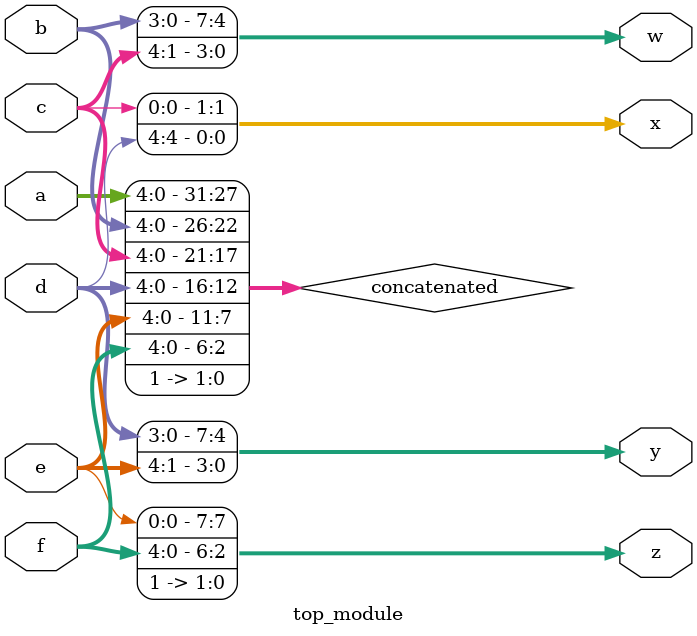
<source format=sv>
module top_module (
    input [4:0] a,
    input [4:0] b,
    input [4:0] c,
    input [4:0] d,
    input [4:0] e,
    input [4:0] f,
    output [7:0] w,
    output [7:8] x,
    output [7:0] y,
    output [7:0] z
);

    wire [31:0] concatenated;

    assign concatenated = {a, b, c, d, e, f, 2'b11};
    assign {w, x, y, z} = concatenated;

endmodule

</source>
